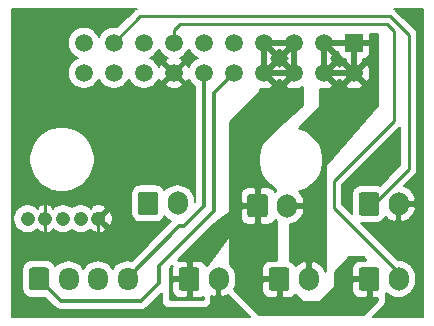
<source format=gbr>
G04 #@! TF.GenerationSoftware,KiCad,Pcbnew,(5.1.4)-1*
G04 #@! TF.CreationDate,2019-09-08T23:13:03+02:00*
G04 #@! TF.ProjectId,wanhao extruder pcb,77616e68-616f-4206-9578-747275646572,rev?*
G04 #@! TF.SameCoordinates,PXbb169cePY653deea*
G04 #@! TF.FileFunction,Copper,L2,Bot*
G04 #@! TF.FilePolarity,Positive*
%FSLAX46Y46*%
G04 Gerber Fmt 4.6, Leading zero omitted, Abs format (unit mm)*
G04 Created by KiCad (PCBNEW (5.1.4)-1) date 2019-09-08 23:13:03*
%MOMM*%
%LPD*%
G04 APERTURE LIST*
%ADD10C,0.100000*%
%ADD11C,1.700000*%
%ADD12O,1.700000X2.000000*%
%ADD13C,1.520000*%
%ADD14R,1.520000X1.520000*%
%ADD15C,1.208000*%
%ADD16O,1.700000X1.950000*%
%ADD17C,0.800000*%
%ADD18C,0.250000*%
%ADD19C,0.500000*%
%ADD20C,0.300000*%
%ADD21C,0.254000*%
%ADD22C,0.200000*%
G04 APERTURE END LIST*
D10*
G36*
X-14047610Y11094304D02*
G01*
X-14023351Y11090705D01*
X-13999562Y11084746D01*
X-13976471Y11076484D01*
X-13954302Y11065999D01*
X-13933267Y11053391D01*
X-13913569Y11038782D01*
X-13895398Y11022313D01*
X-13878929Y11004142D01*
X-13864320Y10984444D01*
X-13851712Y10963409D01*
X-13841227Y10941240D01*
X-13832965Y10918149D01*
X-13827006Y10894360D01*
X-13823407Y10870101D01*
X-13822204Y10845607D01*
X-13822204Y9345407D01*
X-13823407Y9320913D01*
X-13827006Y9296654D01*
X-13832965Y9272865D01*
X-13841227Y9249774D01*
X-13851712Y9227605D01*
X-13864320Y9206570D01*
X-13878929Y9186872D01*
X-13895398Y9168701D01*
X-13913569Y9152232D01*
X-13933267Y9137623D01*
X-13954302Y9125015D01*
X-13976471Y9114530D01*
X-13999562Y9106268D01*
X-14023351Y9100309D01*
X-14047610Y9096710D01*
X-14072104Y9095507D01*
X-15272304Y9095507D01*
X-15296798Y9096710D01*
X-15321057Y9100309D01*
X-15344846Y9106268D01*
X-15367937Y9114530D01*
X-15390106Y9125015D01*
X-15411141Y9137623D01*
X-15430839Y9152232D01*
X-15449010Y9168701D01*
X-15465479Y9186872D01*
X-15480088Y9206570D01*
X-15492696Y9227605D01*
X-15503181Y9249774D01*
X-15511443Y9272865D01*
X-15517402Y9296654D01*
X-15521001Y9320913D01*
X-15522204Y9345407D01*
X-15522204Y10845607D01*
X-15521001Y10870101D01*
X-15517402Y10894360D01*
X-15511443Y10918149D01*
X-15503181Y10941240D01*
X-15492696Y10963409D01*
X-15480088Y10984444D01*
X-15465479Y11004142D01*
X-15449010Y11022313D01*
X-15430839Y11038782D01*
X-15411141Y11053391D01*
X-15390106Y11065999D01*
X-15367937Y11076484D01*
X-15344846Y11084746D01*
X-15321057Y11090705D01*
X-15296798Y11094304D01*
X-15272304Y11095507D01*
X-14072104Y11095507D01*
X-14047610Y11094304D01*
X-14047610Y11094304D01*
G37*
D11*
X-14672204Y10095507D03*
D12*
X-12172204Y10095507D03*
D13*
X-29370722Y21323958D03*
X-29370722Y23863958D03*
X-26830722Y21323958D03*
X-26830722Y23863958D03*
X-24290722Y21323958D03*
X-24290722Y23863958D03*
X-21750722Y21323958D03*
X-21750722Y23863958D03*
X-19210722Y21323958D03*
X-19210722Y23863958D03*
X-16670722Y21323958D03*
X-16670722Y23863958D03*
X-14130722Y21323958D03*
X-14130722Y23863958D03*
X-11590722Y21323958D03*
X-11590722Y23863958D03*
X-9050722Y21323958D03*
X-9050722Y23863958D03*
X-6510722Y21323958D03*
D14*
X-6510722Y23863958D03*
D15*
X-28138355Y8979704D03*
X-29638355Y8979704D03*
X-31138355Y8979704D03*
X-32638355Y8979704D03*
X-34138355Y8979704D03*
D16*
X-25670484Y3880811D03*
X-28170484Y3880811D03*
X-30670484Y3880811D03*
D10*
G36*
X-32545980Y4854607D02*
G01*
X-32521711Y4851007D01*
X-32497913Y4845046D01*
X-32474813Y4836781D01*
X-32452635Y4826291D01*
X-32431591Y4813678D01*
X-32411886Y4799064D01*
X-32393707Y4782588D01*
X-32377231Y4764409D01*
X-32362617Y4744704D01*
X-32350004Y4723660D01*
X-32339514Y4701482D01*
X-32331249Y4678382D01*
X-32325288Y4654584D01*
X-32321688Y4630315D01*
X-32320484Y4605811D01*
X-32320484Y3155811D01*
X-32321688Y3131307D01*
X-32325288Y3107038D01*
X-32331249Y3083240D01*
X-32339514Y3060140D01*
X-32350004Y3037962D01*
X-32362617Y3016918D01*
X-32377231Y2997213D01*
X-32393707Y2979034D01*
X-32411886Y2962558D01*
X-32431591Y2947944D01*
X-32452635Y2935331D01*
X-32474813Y2924841D01*
X-32497913Y2916576D01*
X-32521711Y2910615D01*
X-32545980Y2907015D01*
X-32570484Y2905811D01*
X-33770484Y2905811D01*
X-33794988Y2907015D01*
X-33819257Y2910615D01*
X-33843055Y2916576D01*
X-33866155Y2924841D01*
X-33888333Y2935331D01*
X-33909377Y2947944D01*
X-33929082Y2962558D01*
X-33947261Y2979034D01*
X-33963737Y2997213D01*
X-33978351Y3016918D01*
X-33990964Y3037962D01*
X-34001454Y3060140D01*
X-34009719Y3083240D01*
X-34015680Y3107038D01*
X-34019280Y3131307D01*
X-34020484Y3155811D01*
X-34020484Y4605811D01*
X-34019280Y4630315D01*
X-34015680Y4654584D01*
X-34009719Y4678382D01*
X-34001454Y4701482D01*
X-33990964Y4723660D01*
X-33978351Y4744704D01*
X-33963737Y4764409D01*
X-33947261Y4782588D01*
X-33929082Y4799064D01*
X-33909377Y4813678D01*
X-33888333Y4826291D01*
X-33866155Y4836781D01*
X-33843055Y4845046D01*
X-33819257Y4851007D01*
X-33794988Y4854607D01*
X-33770484Y4855811D01*
X-32570484Y4855811D01*
X-32545980Y4854607D01*
X-32545980Y4854607D01*
G37*
D11*
X-33170484Y3880811D03*
D10*
G36*
X-4605980Y11229607D02*
G01*
X-4581711Y11226007D01*
X-4557913Y11220046D01*
X-4534813Y11211781D01*
X-4512635Y11201291D01*
X-4491591Y11188678D01*
X-4471886Y11174064D01*
X-4453707Y11157588D01*
X-4437231Y11139409D01*
X-4422617Y11119704D01*
X-4410004Y11098660D01*
X-4399514Y11076482D01*
X-4391249Y11053382D01*
X-4385288Y11029584D01*
X-4381688Y11005315D01*
X-4380484Y10980811D01*
X-4380484Y9480811D01*
X-4381688Y9456307D01*
X-4385288Y9432038D01*
X-4391249Y9408240D01*
X-4399514Y9385140D01*
X-4410004Y9362962D01*
X-4422617Y9341918D01*
X-4437231Y9322213D01*
X-4453707Y9304034D01*
X-4471886Y9287558D01*
X-4491591Y9272944D01*
X-4512635Y9260331D01*
X-4534813Y9249841D01*
X-4557913Y9241576D01*
X-4581711Y9235615D01*
X-4605980Y9232015D01*
X-4630484Y9230811D01*
X-5830484Y9230811D01*
X-5854988Y9232015D01*
X-5879257Y9235615D01*
X-5903055Y9241576D01*
X-5926155Y9249841D01*
X-5948333Y9260331D01*
X-5969377Y9272944D01*
X-5989082Y9287558D01*
X-6007261Y9304034D01*
X-6023737Y9322213D01*
X-6038351Y9341918D01*
X-6050964Y9362962D01*
X-6061454Y9385140D01*
X-6069719Y9408240D01*
X-6075680Y9432038D01*
X-6079280Y9456307D01*
X-6080484Y9480811D01*
X-6080484Y10980811D01*
X-6079280Y11005315D01*
X-6075680Y11029584D01*
X-6069719Y11053382D01*
X-6061454Y11076482D01*
X-6050964Y11098660D01*
X-6038351Y11119704D01*
X-6023737Y11139409D01*
X-6007261Y11157588D01*
X-5989082Y11174064D01*
X-5969377Y11188678D01*
X-5948333Y11201291D01*
X-5926155Y11211781D01*
X-5903055Y11220046D01*
X-5879257Y11226007D01*
X-5854988Y11229607D01*
X-5830484Y11230811D01*
X-4630484Y11230811D01*
X-4605980Y11229607D01*
X-4605980Y11229607D01*
G37*
D11*
X-5230484Y10230811D03*
D12*
X-2730484Y10230811D03*
D10*
G36*
X-23313851Y11278500D02*
G01*
X-23289582Y11274900D01*
X-23265784Y11268939D01*
X-23242684Y11260674D01*
X-23220506Y11250184D01*
X-23199462Y11237571D01*
X-23179757Y11222957D01*
X-23161578Y11206481D01*
X-23145102Y11188302D01*
X-23130488Y11168597D01*
X-23117875Y11147553D01*
X-23107385Y11125375D01*
X-23099120Y11102275D01*
X-23093159Y11078477D01*
X-23089559Y11054208D01*
X-23088355Y11029704D01*
X-23088355Y9529704D01*
X-23089559Y9505200D01*
X-23093159Y9480931D01*
X-23099120Y9457133D01*
X-23107385Y9434033D01*
X-23117875Y9411855D01*
X-23130488Y9390811D01*
X-23145102Y9371106D01*
X-23161578Y9352927D01*
X-23179757Y9336451D01*
X-23199462Y9321837D01*
X-23220506Y9309224D01*
X-23242684Y9298734D01*
X-23265784Y9290469D01*
X-23289582Y9284508D01*
X-23313851Y9280908D01*
X-23338355Y9279704D01*
X-24538355Y9279704D01*
X-24562859Y9280908D01*
X-24587128Y9284508D01*
X-24610926Y9290469D01*
X-24634026Y9298734D01*
X-24656204Y9309224D01*
X-24677248Y9321837D01*
X-24696953Y9336451D01*
X-24715132Y9352927D01*
X-24731608Y9371106D01*
X-24746222Y9390811D01*
X-24758835Y9411855D01*
X-24769325Y9434033D01*
X-24777590Y9457133D01*
X-24783551Y9480931D01*
X-24787151Y9505200D01*
X-24788355Y9529704D01*
X-24788355Y11029704D01*
X-24787151Y11054208D01*
X-24783551Y11078477D01*
X-24777590Y11102275D01*
X-24769325Y11125375D01*
X-24758835Y11147553D01*
X-24746222Y11168597D01*
X-24731608Y11188302D01*
X-24715132Y11206481D01*
X-24696953Y11222957D01*
X-24677248Y11237571D01*
X-24656204Y11250184D01*
X-24634026Y11260674D01*
X-24610926Y11268939D01*
X-24587128Y11274900D01*
X-24562859Y11278500D01*
X-24538355Y11279704D01*
X-23338355Y11279704D01*
X-23313851Y11278500D01*
X-23313851Y11278500D01*
G37*
D11*
X-23938355Y10279704D03*
D12*
X-21438355Y10279704D03*
X-2730484Y3880811D03*
D10*
G36*
X-4605980Y4879607D02*
G01*
X-4581711Y4876007D01*
X-4557913Y4870046D01*
X-4534813Y4861781D01*
X-4512635Y4851291D01*
X-4491591Y4838678D01*
X-4471886Y4824064D01*
X-4453707Y4807588D01*
X-4437231Y4789409D01*
X-4422617Y4769704D01*
X-4410004Y4748660D01*
X-4399514Y4726482D01*
X-4391249Y4703382D01*
X-4385288Y4679584D01*
X-4381688Y4655315D01*
X-4380484Y4630811D01*
X-4380484Y3130811D01*
X-4381688Y3106307D01*
X-4385288Y3082038D01*
X-4391249Y3058240D01*
X-4399514Y3035140D01*
X-4410004Y3012962D01*
X-4422617Y2991918D01*
X-4437231Y2972213D01*
X-4453707Y2954034D01*
X-4471886Y2937558D01*
X-4491591Y2922944D01*
X-4512635Y2910331D01*
X-4534813Y2899841D01*
X-4557913Y2891576D01*
X-4581711Y2885615D01*
X-4605980Y2882015D01*
X-4630484Y2880811D01*
X-5830484Y2880811D01*
X-5854988Y2882015D01*
X-5879257Y2885615D01*
X-5903055Y2891576D01*
X-5926155Y2899841D01*
X-5948333Y2910331D01*
X-5969377Y2922944D01*
X-5989082Y2937558D01*
X-6007261Y2954034D01*
X-6023737Y2972213D01*
X-6038351Y2991918D01*
X-6050964Y3012962D01*
X-6061454Y3035140D01*
X-6069719Y3058240D01*
X-6075680Y3082038D01*
X-6079280Y3106307D01*
X-6080484Y3130811D01*
X-6080484Y4630811D01*
X-6079280Y4655315D01*
X-6075680Y4679584D01*
X-6069719Y4703382D01*
X-6061454Y4726482D01*
X-6050964Y4748660D01*
X-6038351Y4769704D01*
X-6023737Y4789409D01*
X-6007261Y4807588D01*
X-5989082Y4824064D01*
X-5969377Y4838678D01*
X-5948333Y4851291D01*
X-5926155Y4861781D01*
X-5903055Y4870046D01*
X-5879257Y4876007D01*
X-5854988Y4879607D01*
X-5830484Y4880811D01*
X-4630484Y4880811D01*
X-4605980Y4879607D01*
X-4605980Y4879607D01*
G37*
D11*
X-5230484Y3880811D03*
D12*
X-10350484Y3880811D03*
D10*
G36*
X-12225980Y4879607D02*
G01*
X-12201711Y4876007D01*
X-12177913Y4870046D01*
X-12154813Y4861781D01*
X-12132635Y4851291D01*
X-12111591Y4838678D01*
X-12091886Y4824064D01*
X-12073707Y4807588D01*
X-12057231Y4789409D01*
X-12042617Y4769704D01*
X-12030004Y4748660D01*
X-12019514Y4726482D01*
X-12011249Y4703382D01*
X-12005288Y4679584D01*
X-12001688Y4655315D01*
X-12000484Y4630811D01*
X-12000484Y3130811D01*
X-12001688Y3106307D01*
X-12005288Y3082038D01*
X-12011249Y3058240D01*
X-12019514Y3035140D01*
X-12030004Y3012962D01*
X-12042617Y2991918D01*
X-12057231Y2972213D01*
X-12073707Y2954034D01*
X-12091886Y2937558D01*
X-12111591Y2922944D01*
X-12132635Y2910331D01*
X-12154813Y2899841D01*
X-12177913Y2891576D01*
X-12201711Y2885615D01*
X-12225980Y2882015D01*
X-12250484Y2880811D01*
X-13450484Y2880811D01*
X-13474988Y2882015D01*
X-13499257Y2885615D01*
X-13523055Y2891576D01*
X-13546155Y2899841D01*
X-13568333Y2910331D01*
X-13589377Y2922944D01*
X-13609082Y2937558D01*
X-13627261Y2954034D01*
X-13643737Y2972213D01*
X-13658351Y2991918D01*
X-13670964Y3012962D01*
X-13681454Y3035140D01*
X-13689719Y3058240D01*
X-13695680Y3082038D01*
X-13699280Y3106307D01*
X-13700484Y3130811D01*
X-13700484Y4630811D01*
X-13699280Y4655315D01*
X-13695680Y4679584D01*
X-13689719Y4703382D01*
X-13681454Y4726482D01*
X-13670964Y4748660D01*
X-13658351Y4769704D01*
X-13643737Y4789409D01*
X-13627261Y4807588D01*
X-13609082Y4824064D01*
X-13589377Y4838678D01*
X-13568333Y4851291D01*
X-13546155Y4861781D01*
X-13523055Y4870046D01*
X-13499257Y4876007D01*
X-13474988Y4879607D01*
X-13450484Y4880811D01*
X-12250484Y4880811D01*
X-12225980Y4879607D01*
X-12225980Y4879607D01*
G37*
D11*
X-12850484Y3880811D03*
D12*
X-17970484Y3880811D03*
D10*
G36*
X-19845980Y4879607D02*
G01*
X-19821711Y4876007D01*
X-19797913Y4870046D01*
X-19774813Y4861781D01*
X-19752635Y4851291D01*
X-19731591Y4838678D01*
X-19711886Y4824064D01*
X-19693707Y4807588D01*
X-19677231Y4789409D01*
X-19662617Y4769704D01*
X-19650004Y4748660D01*
X-19639514Y4726482D01*
X-19631249Y4703382D01*
X-19625288Y4679584D01*
X-19621688Y4655315D01*
X-19620484Y4630811D01*
X-19620484Y3130811D01*
X-19621688Y3106307D01*
X-19625288Y3082038D01*
X-19631249Y3058240D01*
X-19639514Y3035140D01*
X-19650004Y3012962D01*
X-19662617Y2991918D01*
X-19677231Y2972213D01*
X-19693707Y2954034D01*
X-19711886Y2937558D01*
X-19731591Y2922944D01*
X-19752635Y2910331D01*
X-19774813Y2899841D01*
X-19797913Y2891576D01*
X-19821711Y2885615D01*
X-19845980Y2882015D01*
X-19870484Y2880811D01*
X-21070484Y2880811D01*
X-21094988Y2882015D01*
X-21119257Y2885615D01*
X-21143055Y2891576D01*
X-21166155Y2899841D01*
X-21188333Y2910331D01*
X-21209377Y2922944D01*
X-21229082Y2937558D01*
X-21247261Y2954034D01*
X-21263737Y2972213D01*
X-21278351Y2991918D01*
X-21290964Y3012962D01*
X-21301454Y3035140D01*
X-21309719Y3058240D01*
X-21315680Y3082038D01*
X-21319280Y3106307D01*
X-21320484Y3130811D01*
X-21320484Y4630811D01*
X-21319280Y4655315D01*
X-21315680Y4679584D01*
X-21309719Y4703382D01*
X-21301454Y4726482D01*
X-21290964Y4748660D01*
X-21278351Y4769704D01*
X-21263737Y4789409D01*
X-21247261Y4807588D01*
X-21229082Y4824064D01*
X-21209377Y4838678D01*
X-21188333Y4851291D01*
X-21166155Y4861781D01*
X-21143055Y4870046D01*
X-21119257Y4876007D01*
X-21094988Y4879607D01*
X-21070484Y4880811D01*
X-19870484Y4880811D01*
X-19845980Y4879607D01*
X-19845980Y4879607D01*
G37*
D11*
X-20470484Y3880811D03*
D17*
X-29806334Y26149850D03*
X-31076334Y26149850D03*
X-32346334Y26149850D03*
X-33616334Y26149850D03*
X-33616334Y24879850D03*
X-32346334Y24879850D03*
X-32346334Y23609850D03*
X-33616334Y23609850D03*
X-33616334Y22339850D03*
X-32346334Y22339850D03*
X-32346334Y21069850D03*
X-33616334Y21069850D03*
X-29806334Y17259850D03*
X-33616334Y19799850D03*
X-20916334Y17259850D03*
X-20916334Y15989850D03*
X-20916334Y14719850D03*
X-20916334Y13449850D03*
X-20916334Y18529850D03*
X-1866334Y1003958D03*
X-3136334Y1003958D03*
X-17106334Y1003958D03*
X-18376334Y1003958D03*
X-1430722Y7353958D03*
X-2700722Y7353958D03*
X-3970722Y13703958D03*
X-34450722Y1003958D03*
X-33180722Y1003958D03*
X-28100722Y10909850D03*
X-4849484Y12770811D03*
X-23264484Y959811D03*
X-1166484Y25978811D03*
D18*
X-32892355Y7645871D02*
X-32346334Y7099850D01*
X-32638647Y8125228D02*
X-32638647Y7626870D01*
X-32638355Y8979704D02*
X-32638355Y8125520D01*
X-32638355Y8125520D02*
X-32638647Y8125228D01*
X-32645897Y9841430D02*
X-32645897Y10446997D01*
X-32638355Y8979704D02*
X-32638355Y9833888D01*
X-32638355Y9833888D02*
X-32645897Y9841430D01*
X-28138355Y8979704D02*
X-28138355Y7738682D01*
D19*
X-11590722Y23863958D02*
X-11590722Y21323958D01*
X-14130722Y23863958D02*
X-11590722Y23863958D01*
X-14130722Y21323958D02*
X-14130722Y23863958D01*
X-11590722Y21323958D02*
X-14130722Y21323958D01*
X-9050722Y21323958D02*
X-9050722Y23863958D01*
X-6510722Y21323958D02*
X-9050722Y21323958D01*
X-6510722Y23863958D02*
X-6510722Y21323958D01*
X-9050722Y23863958D02*
X-6510722Y23863958D01*
D18*
X-4849484Y10230811D02*
X-1866334Y13213961D01*
X-26830722Y23863958D02*
X-24588869Y26105811D01*
X-24588869Y26105811D02*
X-3452484Y26105811D01*
X-1866334Y24519661D02*
X-1866334Y13213961D01*
X-3452484Y26105811D02*
X-1866334Y24519661D01*
X-2349484Y4030811D02*
X-2349484Y3880811D01*
X-8216334Y9897661D02*
X-2349484Y4030811D01*
X-3136334Y24879850D02*
X-3136334Y17259850D01*
X-3136334Y17259850D02*
X-8216334Y12179850D01*
X-8216334Y12179850D02*
X-8216334Y9897661D01*
X-21750722Y24938760D02*
X-21218671Y25470811D01*
X-21750722Y23863958D02*
X-21750722Y24938760D01*
X-3727295Y25470811D02*
X-3136334Y24879850D01*
X-21218671Y25470811D02*
X-3727295Y25470811D01*
D20*
X-19210722Y10075462D02*
X-19210722Y21323958D01*
X-20916334Y8369850D02*
X-19210722Y10075462D01*
X-21306445Y8369850D02*
X-20916334Y8369850D01*
X-25670484Y4005811D02*
X-21306445Y8369850D01*
X-25670484Y3880811D02*
X-25670484Y4005811D01*
X-18376334Y19618346D02*
X-16670722Y21323958D01*
X-18376334Y9639850D02*
X-18376334Y19618346D01*
X-24529991Y2019850D02*
X-23010484Y3539357D01*
X-23010484Y5005700D02*
X-18376334Y9639850D01*
X-23010484Y3539357D02*
X-23010484Y5005700D01*
X-31309523Y2019850D02*
X-33170484Y3880811D01*
X-24529991Y2019850D02*
X-31309523Y2019850D01*
D21*
G36*
X-4533334Y18577568D02*
G01*
X-8946911Y13533480D01*
X-8961390Y13513227D01*
X-8971640Y13490538D01*
X-8977266Y13466286D01*
X-8978334Y13449850D01*
X-8978334Y12196866D01*
X-8980010Y12179850D01*
X-8978334Y12162833D01*
X-8978334Y9914677D01*
X-8980010Y9897661D01*
X-8978334Y9880645D01*
X-8978334Y4587810D01*
X-9071459Y4787623D01*
X-9243682Y5022606D01*
X-9458438Y5219475D01*
X-9707475Y5370665D01*
X-9981223Y5470365D01*
X-9993594Y5472287D01*
X-10223484Y5350966D01*
X-10223484Y4007811D01*
X-10203484Y4007811D01*
X-10203484Y3753811D01*
X-10223484Y3753811D01*
X-10223484Y3733811D01*
X-10477484Y3733811D01*
X-10477484Y3753811D01*
X-10497484Y3753811D01*
X-10497484Y4007811D01*
X-10477484Y4007811D01*
X-10477484Y5350966D01*
X-10707374Y5472287D01*
X-10719745Y5470365D01*
X-10993493Y5370665D01*
X-11242530Y5219475D01*
X-11457286Y5022606D01*
X-11457570Y5022218D01*
X-11512079Y5124197D01*
X-11622522Y5258773D01*
X-11757098Y5369216D01*
X-11899334Y5445243D01*
X-11899334Y8548371D01*
X-11815314Y8504031D01*
X-11802943Y8505953D01*
X-11529195Y8605653D01*
X-11280158Y8756843D01*
X-11065402Y8953712D01*
X-10893179Y9188695D01*
X-10770108Y9452762D01*
X-10700919Y9735765D01*
X-10844972Y9968507D01*
X-11899334Y9968507D01*
X-11899334Y10222507D01*
X-10844972Y10222507D01*
X-10700919Y10455249D01*
X-10770108Y10738252D01*
X-10893179Y11002319D01*
X-11065402Y11237302D01*
X-11132341Y11298666D01*
X-11067527Y11311558D01*
X-10560689Y11521497D01*
X-10104547Y11826282D01*
X-9716631Y12214198D01*
X-9411846Y12670340D01*
X-9201907Y13177178D01*
X-9094881Y13715233D01*
X-9094881Y14263831D01*
X-9201907Y14801886D01*
X-9411846Y15308724D01*
X-9716631Y15764866D01*
X-10104547Y16152782D01*
X-10560689Y16457567D01*
X-11067527Y16667506D01*
X-11152225Y16684353D01*
X-9396531Y18440047D01*
X-9380737Y18459293D01*
X-9369001Y18481249D01*
X-9361774Y18505074D01*
X-9359334Y18529850D01*
X-9359334Y19963236D01*
X-9253116Y19936897D01*
X-8978625Y19924063D01*
X-8706905Y19965027D01*
X-8448396Y20058214D01*
X-8332928Y20119933D01*
X-8266191Y20359821D01*
X-7295253Y20359821D01*
X-7228516Y20119933D01*
X-6979830Y20003034D01*
X-6713116Y19936897D01*
X-6438625Y19924063D01*
X-6166905Y19965027D01*
X-5908396Y20058214D01*
X-5792928Y20119933D01*
X-5726191Y20359821D01*
X-6510722Y21144353D01*
X-7295253Y20359821D01*
X-8266191Y20359821D01*
X-9050722Y21144353D01*
X-9064864Y21130210D01*
X-9244469Y21309815D01*
X-9230327Y21323958D01*
X-8871117Y21323958D01*
X-8086585Y20539427D01*
X-7846697Y20606164D01*
X-7783390Y20740840D01*
X-7776466Y20721632D01*
X-7714747Y20606164D01*
X-7474859Y20539427D01*
X-6690327Y21323958D01*
X-6331117Y21323958D01*
X-5546585Y20539427D01*
X-5306697Y20606164D01*
X-5189798Y20854850D01*
X-5123661Y21121564D01*
X-5110827Y21396055D01*
X-5151791Y21667775D01*
X-5244978Y21926284D01*
X-5306697Y22041752D01*
X-5546585Y22108489D01*
X-6331117Y21323958D01*
X-6690327Y21323958D01*
X-7474859Y22108489D01*
X-7714747Y22041752D01*
X-7778054Y21907076D01*
X-7784978Y21926284D01*
X-7846697Y22041752D01*
X-8086585Y22108489D01*
X-8871117Y21323958D01*
X-9230327Y21323958D01*
X-9244469Y21338100D01*
X-9064864Y21517705D01*
X-9050722Y21503563D01*
X-8266191Y22288095D01*
X-8332928Y22527983D01*
X-8467604Y22591290D01*
X-8448396Y22598214D01*
X-8332928Y22659933D01*
X-8266191Y22899821D01*
X-9050722Y23684353D01*
X-9064864Y23670210D01*
X-9244469Y23849815D01*
X-9230327Y23863958D01*
X-9244469Y23878100D01*
X-9064864Y24057705D01*
X-9050722Y24043563D01*
X-9036580Y24057706D01*
X-8856974Y23878100D01*
X-8871117Y23863958D01*
X-8086585Y23079427D01*
X-7908632Y23128934D01*
X-7908794Y23103958D01*
X-7896534Y22979476D01*
X-7860224Y22859778D01*
X-7801259Y22749464D01*
X-7721907Y22652773D01*
X-7625216Y22573421D01*
X-7514902Y22514456D01*
X-7395204Y22478146D01*
X-7270722Y22465886D01*
X-7245746Y22466048D01*
X-7295253Y22288095D01*
X-6510722Y21503563D01*
X-5726191Y22288095D01*
X-5775698Y22466048D01*
X-5750722Y22465886D01*
X-5626240Y22478146D01*
X-5506542Y22514456D01*
X-5396228Y22573421D01*
X-5299537Y22652773D01*
X-5220185Y22749464D01*
X-5161220Y22859778D01*
X-5124910Y22979476D01*
X-5112650Y23103958D01*
X-5115722Y23578208D01*
X-5274472Y23736958D01*
X-6383722Y23736958D01*
X-6383722Y23716958D01*
X-6637722Y23716958D01*
X-6637722Y23736958D01*
X-6657722Y23736958D01*
X-6657722Y23990958D01*
X-6637722Y23990958D01*
X-6637722Y24010958D01*
X-6383722Y24010958D01*
X-6383722Y23990958D01*
X-5274472Y23990958D01*
X-5115722Y24149708D01*
X-5112923Y24581811D01*
X-4533334Y24581811D01*
X-4533334Y18577568D01*
X-4533334Y18577568D01*
G37*
X-4533334Y18577568D02*
X-8946911Y13533480D01*
X-8961390Y13513227D01*
X-8971640Y13490538D01*
X-8977266Y13466286D01*
X-8978334Y13449850D01*
X-8978334Y12196866D01*
X-8980010Y12179850D01*
X-8978334Y12162833D01*
X-8978334Y9914677D01*
X-8980010Y9897661D01*
X-8978334Y9880645D01*
X-8978334Y4587810D01*
X-9071459Y4787623D01*
X-9243682Y5022606D01*
X-9458438Y5219475D01*
X-9707475Y5370665D01*
X-9981223Y5470365D01*
X-9993594Y5472287D01*
X-10223484Y5350966D01*
X-10223484Y4007811D01*
X-10203484Y4007811D01*
X-10203484Y3753811D01*
X-10223484Y3753811D01*
X-10223484Y3733811D01*
X-10477484Y3733811D01*
X-10477484Y3753811D01*
X-10497484Y3753811D01*
X-10497484Y4007811D01*
X-10477484Y4007811D01*
X-10477484Y5350966D01*
X-10707374Y5472287D01*
X-10719745Y5470365D01*
X-10993493Y5370665D01*
X-11242530Y5219475D01*
X-11457286Y5022606D01*
X-11457570Y5022218D01*
X-11512079Y5124197D01*
X-11622522Y5258773D01*
X-11757098Y5369216D01*
X-11899334Y5445243D01*
X-11899334Y8548371D01*
X-11815314Y8504031D01*
X-11802943Y8505953D01*
X-11529195Y8605653D01*
X-11280158Y8756843D01*
X-11065402Y8953712D01*
X-10893179Y9188695D01*
X-10770108Y9452762D01*
X-10700919Y9735765D01*
X-10844972Y9968507D01*
X-11899334Y9968507D01*
X-11899334Y10222507D01*
X-10844972Y10222507D01*
X-10700919Y10455249D01*
X-10770108Y10738252D01*
X-10893179Y11002319D01*
X-11065402Y11237302D01*
X-11132341Y11298666D01*
X-11067527Y11311558D01*
X-10560689Y11521497D01*
X-10104547Y11826282D01*
X-9716631Y12214198D01*
X-9411846Y12670340D01*
X-9201907Y13177178D01*
X-9094881Y13715233D01*
X-9094881Y14263831D01*
X-9201907Y14801886D01*
X-9411846Y15308724D01*
X-9716631Y15764866D01*
X-10104547Y16152782D01*
X-10560689Y16457567D01*
X-11067527Y16667506D01*
X-11152225Y16684353D01*
X-9396531Y18440047D01*
X-9380737Y18459293D01*
X-9369001Y18481249D01*
X-9361774Y18505074D01*
X-9359334Y18529850D01*
X-9359334Y19963236D01*
X-9253116Y19936897D01*
X-8978625Y19924063D01*
X-8706905Y19965027D01*
X-8448396Y20058214D01*
X-8332928Y20119933D01*
X-8266191Y20359821D01*
X-7295253Y20359821D01*
X-7228516Y20119933D01*
X-6979830Y20003034D01*
X-6713116Y19936897D01*
X-6438625Y19924063D01*
X-6166905Y19965027D01*
X-5908396Y20058214D01*
X-5792928Y20119933D01*
X-5726191Y20359821D01*
X-6510722Y21144353D01*
X-7295253Y20359821D01*
X-8266191Y20359821D01*
X-9050722Y21144353D01*
X-9064864Y21130210D01*
X-9244469Y21309815D01*
X-9230327Y21323958D01*
X-8871117Y21323958D01*
X-8086585Y20539427D01*
X-7846697Y20606164D01*
X-7783390Y20740840D01*
X-7776466Y20721632D01*
X-7714747Y20606164D01*
X-7474859Y20539427D01*
X-6690327Y21323958D01*
X-6331117Y21323958D01*
X-5546585Y20539427D01*
X-5306697Y20606164D01*
X-5189798Y20854850D01*
X-5123661Y21121564D01*
X-5110827Y21396055D01*
X-5151791Y21667775D01*
X-5244978Y21926284D01*
X-5306697Y22041752D01*
X-5546585Y22108489D01*
X-6331117Y21323958D01*
X-6690327Y21323958D01*
X-7474859Y22108489D01*
X-7714747Y22041752D01*
X-7778054Y21907076D01*
X-7784978Y21926284D01*
X-7846697Y22041752D01*
X-8086585Y22108489D01*
X-8871117Y21323958D01*
X-9230327Y21323958D01*
X-9244469Y21338100D01*
X-9064864Y21517705D01*
X-9050722Y21503563D01*
X-8266191Y22288095D01*
X-8332928Y22527983D01*
X-8467604Y22591290D01*
X-8448396Y22598214D01*
X-8332928Y22659933D01*
X-8266191Y22899821D01*
X-9050722Y23684353D01*
X-9064864Y23670210D01*
X-9244469Y23849815D01*
X-9230327Y23863958D01*
X-9244469Y23878100D01*
X-9064864Y24057705D01*
X-9050722Y24043563D01*
X-9036580Y24057706D01*
X-8856974Y23878100D01*
X-8871117Y23863958D01*
X-8086585Y23079427D01*
X-7908632Y23128934D01*
X-7908794Y23103958D01*
X-7896534Y22979476D01*
X-7860224Y22859778D01*
X-7801259Y22749464D01*
X-7721907Y22652773D01*
X-7625216Y22573421D01*
X-7514902Y22514456D01*
X-7395204Y22478146D01*
X-7270722Y22465886D01*
X-7245746Y22466048D01*
X-7295253Y22288095D01*
X-6510722Y21503563D01*
X-5726191Y22288095D01*
X-5775698Y22466048D01*
X-5750722Y22465886D01*
X-5626240Y22478146D01*
X-5506542Y22514456D01*
X-5396228Y22573421D01*
X-5299537Y22652773D01*
X-5220185Y22749464D01*
X-5161220Y22859778D01*
X-5124910Y22979476D01*
X-5112650Y23103958D01*
X-5115722Y23578208D01*
X-5274472Y23736958D01*
X-6383722Y23736958D01*
X-6383722Y23716958D01*
X-6637722Y23716958D01*
X-6637722Y23736958D01*
X-6657722Y23736958D01*
X-6657722Y23990958D01*
X-6637722Y23990958D01*
X-6637722Y24010958D01*
X-6383722Y24010958D01*
X-6383722Y23990958D01*
X-5274472Y23990958D01*
X-5115722Y24149708D01*
X-5112923Y24581811D01*
X-4533334Y24581811D01*
X-4533334Y18577568D01*
D22*
G36*
X-657999Y658000D02*
G01*
X-4908342Y658000D01*
X-3976413Y1589929D01*
X-3900800Y1682063D01*
X-3844615Y1787178D01*
X-3810017Y1901235D01*
X-3798334Y2019850D01*
X-3798334Y2733732D01*
X-3766433Y2694861D01*
X-3544423Y2512663D01*
X-3291135Y2377278D01*
X-3016301Y2293908D01*
X-2730484Y2265757D01*
X-2444666Y2293908D01*
X-2169832Y2377278D01*
X-1916544Y2512663D01*
X-1694534Y2694861D01*
X-1512336Y2916871D01*
X-1376951Y3170160D01*
X-1293581Y3444994D01*
X-1272484Y3659193D01*
X-1272484Y4102430D01*
X-1293581Y4316629D01*
X-1376951Y4591463D01*
X-1512336Y4844751D01*
X-1694535Y5066761D01*
X-1916545Y5248959D01*
X-2169833Y5384344D01*
X-2444667Y5467714D01*
X-2730484Y5495865D01*
X-2773667Y5491612D01*
X-5909730Y8627675D01*
X-5830484Y8619870D01*
X-4630484Y8619870D01*
X-4462523Y8636413D01*
X-4301016Y8685405D01*
X-4152171Y8764965D01*
X-4021707Y8872034D01*
X-3914638Y9002498D01*
X-3839679Y9142736D01*
X-3798256Y9088326D01*
X-3584115Y8899084D01*
X-3337169Y8755255D01*
X-3109394Y8672908D01*
X-2884484Y8783922D01*
X-2884484Y10076811D01*
X-2576484Y10076811D01*
X-2576484Y8783922D01*
X-2351574Y8672908D01*
X-2123799Y8755255D01*
X-1876853Y8899084D01*
X-1662712Y9088326D01*
X-1489605Y9315708D01*
X-1364184Y9572493D01*
X-1291269Y9848812D01*
X-1424695Y10076811D01*
X-2576484Y10076811D01*
X-2884484Y10076811D01*
X-2904484Y10076811D01*
X-2904484Y10384811D01*
X-2884484Y10384811D01*
X-2884484Y10404811D01*
X-2576484Y10404811D01*
X-2576484Y10384811D01*
X-1424695Y10384811D01*
X-1291269Y10612810D01*
X-1364184Y10889129D01*
X-1489605Y11145914D01*
X-1662712Y11373296D01*
X-1876853Y11562538D01*
X-2123799Y11706367D01*
X-2280616Y11763061D01*
X-1373483Y12670193D01*
X-1345517Y12693144D01*
X-1253918Y12804758D01*
X-1185854Y12932097D01*
X-1143941Y13070268D01*
X-1133334Y13177959D01*
X-1129788Y13213960D01*
X-1133334Y13249962D01*
X-1133334Y24483659D01*
X-1129788Y24519661D01*
X-1143941Y24663355D01*
X-1185854Y24801525D01*
X-1253918Y24928864D01*
X-1345518Y25040478D01*
X-1373484Y25063429D01*
X-2908711Y26598656D01*
X-2931667Y26626628D01*
X-3043281Y26718227D01*
X-3124894Y26761850D01*
X-658000Y26761850D01*
X-657999Y658000D01*
X-657999Y658000D01*
G37*
X-657999Y658000D02*
X-4908342Y658000D01*
X-3976413Y1589929D01*
X-3900800Y1682063D01*
X-3844615Y1787178D01*
X-3810017Y1901235D01*
X-3798334Y2019850D01*
X-3798334Y2733732D01*
X-3766433Y2694861D01*
X-3544423Y2512663D01*
X-3291135Y2377278D01*
X-3016301Y2293908D01*
X-2730484Y2265757D01*
X-2444666Y2293908D01*
X-2169832Y2377278D01*
X-1916544Y2512663D01*
X-1694534Y2694861D01*
X-1512336Y2916871D01*
X-1376951Y3170160D01*
X-1293581Y3444994D01*
X-1272484Y3659193D01*
X-1272484Y4102430D01*
X-1293581Y4316629D01*
X-1376951Y4591463D01*
X-1512336Y4844751D01*
X-1694535Y5066761D01*
X-1916545Y5248959D01*
X-2169833Y5384344D01*
X-2444667Y5467714D01*
X-2730484Y5495865D01*
X-2773667Y5491612D01*
X-5909730Y8627675D01*
X-5830484Y8619870D01*
X-4630484Y8619870D01*
X-4462523Y8636413D01*
X-4301016Y8685405D01*
X-4152171Y8764965D01*
X-4021707Y8872034D01*
X-3914638Y9002498D01*
X-3839679Y9142736D01*
X-3798256Y9088326D01*
X-3584115Y8899084D01*
X-3337169Y8755255D01*
X-3109394Y8672908D01*
X-2884484Y8783922D01*
X-2884484Y10076811D01*
X-2576484Y10076811D01*
X-2576484Y8783922D01*
X-2351574Y8672908D01*
X-2123799Y8755255D01*
X-1876853Y8899084D01*
X-1662712Y9088326D01*
X-1489605Y9315708D01*
X-1364184Y9572493D01*
X-1291269Y9848812D01*
X-1424695Y10076811D01*
X-2576484Y10076811D01*
X-2884484Y10076811D01*
X-2904484Y10076811D01*
X-2904484Y10384811D01*
X-2884484Y10384811D01*
X-2884484Y10404811D01*
X-2576484Y10404811D01*
X-2576484Y10384811D01*
X-1424695Y10384811D01*
X-1291269Y10612810D01*
X-1364184Y10889129D01*
X-1489605Y11145914D01*
X-1662712Y11373296D01*
X-1876853Y11562538D01*
X-2123799Y11706367D01*
X-2280616Y11763061D01*
X-1373483Y12670193D01*
X-1345517Y12693144D01*
X-1253918Y12804758D01*
X-1185854Y12932097D01*
X-1143941Y13070268D01*
X-1133334Y13177959D01*
X-1129788Y13213960D01*
X-1133334Y13249962D01*
X-1133334Y24483659D01*
X-1129788Y24519661D01*
X-1143941Y24663355D01*
X-1185854Y24801525D01*
X-1253918Y24928864D01*
X-1345518Y25040478D01*
X-1373484Y25063429D01*
X-2908711Y26598656D01*
X-2931667Y26626628D01*
X-3043281Y26718227D01*
X-3124894Y26761850D01*
X-658000Y26761850D01*
X-657999Y658000D01*
G36*
X-24998072Y26718227D02*
G01*
X-25109686Y26626628D01*
X-25132642Y26598656D01*
X-26531966Y25199332D01*
X-26695986Y25231958D01*
X-26965458Y25231958D01*
X-27229753Y25179386D01*
X-27478713Y25076264D01*
X-27702771Y24926553D01*
X-27893317Y24736007D01*
X-28043028Y24511949D01*
X-28100722Y24372663D01*
X-28158416Y24511949D01*
X-28308127Y24736007D01*
X-28498673Y24926553D01*
X-28722731Y25076264D01*
X-28971691Y25179386D01*
X-29235986Y25231958D01*
X-29505458Y25231958D01*
X-29769753Y25179386D01*
X-30018713Y25076264D01*
X-30242771Y24926553D01*
X-30433317Y24736007D01*
X-30583028Y24511949D01*
X-30686150Y24262989D01*
X-30738722Y23998694D01*
X-30738722Y23729222D01*
X-30686150Y23464927D01*
X-30583028Y23215967D01*
X-30433317Y22991909D01*
X-30242771Y22801363D01*
X-30018713Y22651652D01*
X-29879427Y22593958D01*
X-30018713Y22536264D01*
X-30242771Y22386553D01*
X-30433317Y22196007D01*
X-30583028Y21971949D01*
X-30686150Y21722989D01*
X-30738722Y21458694D01*
X-30738722Y21189222D01*
X-30686150Y20924927D01*
X-30583028Y20675967D01*
X-30433317Y20451909D01*
X-30242771Y20261363D01*
X-30018713Y20111652D01*
X-29769753Y20008530D01*
X-29505458Y19955958D01*
X-29235986Y19955958D01*
X-28971691Y20008530D01*
X-28722731Y20111652D01*
X-28498673Y20261363D01*
X-28308127Y20451909D01*
X-28158416Y20675967D01*
X-28100722Y20815253D01*
X-28043028Y20675967D01*
X-27893317Y20451909D01*
X-27702771Y20261363D01*
X-27478713Y20111652D01*
X-27229753Y20008530D01*
X-26965458Y19955958D01*
X-26695986Y19955958D01*
X-26431691Y20008530D01*
X-26182731Y20111652D01*
X-25958673Y20261363D01*
X-25768127Y20451909D01*
X-25618416Y20675967D01*
X-25560722Y20815253D01*
X-25503028Y20675967D01*
X-25353317Y20451909D01*
X-25162771Y20261363D01*
X-24938713Y20111652D01*
X-24689753Y20008530D01*
X-24425458Y19955958D01*
X-24155986Y19955958D01*
X-23891691Y20008530D01*
X-23642731Y20111652D01*
X-23418673Y20261363D01*
X-23322609Y20357427D01*
X-22499464Y20357427D01*
X-22429028Y20128350D01*
X-22182743Y20018992D01*
X-21919856Y19959784D01*
X-21650469Y19953000D01*
X-21384935Y19998901D01*
X-21133457Y20095723D01*
X-21072416Y20128350D01*
X-21001980Y20357427D01*
X-21750722Y21106169D01*
X-22499464Y20357427D01*
X-23322609Y20357427D01*
X-23228127Y20451909D01*
X-23078416Y20675967D01*
X-23020739Y20815213D01*
X-22978957Y20706693D01*
X-22946330Y20645652D01*
X-22717253Y20575216D01*
X-21968511Y21323958D01*
X-22717253Y22072700D01*
X-22946330Y22002264D01*
X-23021164Y21833730D01*
X-23078416Y21971949D01*
X-23228127Y22196007D01*
X-23418673Y22386553D01*
X-23642731Y22536264D01*
X-23782017Y22593958D01*
X-23642731Y22651652D01*
X-23418673Y22801363D01*
X-23228127Y22991909D01*
X-23078416Y23215967D01*
X-23020722Y23355253D01*
X-22963028Y23215967D01*
X-22813317Y22991909D01*
X-22622771Y22801363D01*
X-22398713Y22651652D01*
X-22259467Y22593975D01*
X-22367987Y22552193D01*
X-22429028Y22519566D01*
X-22499464Y22290489D01*
X-21750722Y21541747D01*
X-21001980Y22290489D01*
X-21072416Y22519566D01*
X-21240950Y22594400D01*
X-21102731Y22651652D01*
X-20878673Y22801363D01*
X-20688127Y22991909D01*
X-20538416Y23215967D01*
X-20480722Y23355253D01*
X-20423028Y23215967D01*
X-20273317Y22991909D01*
X-20082771Y22801363D01*
X-19858713Y22651652D01*
X-19719427Y22593958D01*
X-19858713Y22536264D01*
X-20082771Y22386553D01*
X-20273317Y22196007D01*
X-20423028Y21971949D01*
X-20480705Y21832703D01*
X-20522487Y21941223D01*
X-20555114Y22002264D01*
X-20784191Y22072700D01*
X-21532933Y21323958D01*
X-20784191Y20575216D01*
X-20555114Y20645652D01*
X-20480280Y20814186D01*
X-20423028Y20675967D01*
X-20273317Y20451909D01*
X-20082771Y20261363D01*
X-19968721Y20185157D01*
X-19968722Y10389436D01*
X-19980355Y10377803D01*
X-19980355Y10501323D01*
X-20001452Y10715522D01*
X-20084822Y10990356D01*
X-20220207Y11243644D01*
X-20402406Y11465654D01*
X-20624416Y11647852D01*
X-20877704Y11783237D01*
X-21152538Y11866607D01*
X-21438355Y11894758D01*
X-21724173Y11866607D01*
X-21999007Y11783237D01*
X-22252295Y11647852D01*
X-22474305Y11465653D01*
X-22550341Y11373002D01*
X-22622509Y11508017D01*
X-22729578Y11638481D01*
X-22860042Y11745550D01*
X-23008887Y11825110D01*
X-23170394Y11874102D01*
X-23338355Y11890645D01*
X-24538355Y11890645D01*
X-24706316Y11874102D01*
X-24867823Y11825110D01*
X-25016668Y11745550D01*
X-25147132Y11638481D01*
X-25254201Y11508017D01*
X-25333761Y11359172D01*
X-25382753Y11197665D01*
X-25399296Y11029704D01*
X-25399296Y9529704D01*
X-25382753Y9361743D01*
X-25333761Y9200236D01*
X-25254201Y9051391D01*
X-25147132Y8920927D01*
X-25016668Y8813858D01*
X-24867823Y8734298D01*
X-24706316Y8685306D01*
X-24538355Y8668763D01*
X-23338355Y8668763D01*
X-23170394Y8685306D01*
X-23008887Y8734298D01*
X-22860042Y8813858D01*
X-22729578Y8920927D01*
X-22622509Y9051391D01*
X-22550341Y9186406D01*
X-22474304Y9093754D01*
X-22252294Y8911556D01*
X-21999006Y8776171D01*
X-21978361Y8769908D01*
X-25323967Y5424301D01*
X-25384667Y5442714D01*
X-25670484Y5470865D01*
X-25956302Y5442714D01*
X-26231136Y5359344D01*
X-26484424Y5223959D01*
X-26706434Y5041760D01*
X-26888632Y4819750D01*
X-26920484Y4760159D01*
X-26952336Y4819751D01*
X-27134535Y5041761D01*
X-27356545Y5223959D01*
X-27609833Y5359344D01*
X-27884667Y5442714D01*
X-28170484Y5470865D01*
X-28456302Y5442714D01*
X-28731136Y5359344D01*
X-28984424Y5223959D01*
X-29206434Y5041760D01*
X-29388632Y4819750D01*
X-29420484Y4760159D01*
X-29452336Y4819751D01*
X-29634535Y5041761D01*
X-29856545Y5223959D01*
X-30109833Y5359344D01*
X-30384667Y5442714D01*
X-30670484Y5470865D01*
X-30956302Y5442714D01*
X-31231136Y5359344D01*
X-31484424Y5223959D01*
X-31706434Y5041760D01*
X-31782470Y4949109D01*
X-31854638Y5084124D01*
X-31961707Y5214588D01*
X-32092171Y5321657D01*
X-32241016Y5401217D01*
X-32402523Y5450209D01*
X-32570484Y5466752D01*
X-33770484Y5466752D01*
X-33938445Y5450209D01*
X-34099952Y5401217D01*
X-34248797Y5321657D01*
X-34379261Y5214588D01*
X-34486330Y5084124D01*
X-34565890Y4935279D01*
X-34614882Y4773772D01*
X-34631425Y4605811D01*
X-34631425Y3155811D01*
X-34614882Y2987850D01*
X-34565890Y2826343D01*
X-34486330Y2677498D01*
X-34379261Y2547034D01*
X-34248797Y2439965D01*
X-34099952Y2360405D01*
X-33938445Y2311413D01*
X-33770484Y2294870D01*
X-32656516Y2294870D01*
X-31871838Y1510191D01*
X-31848103Y1481270D01*
X-31732683Y1386547D01*
X-31601000Y1316161D01*
X-31458117Y1272818D01*
X-31346755Y1261850D01*
X-31346746Y1261850D01*
X-31309524Y1258184D01*
X-31272302Y1261850D01*
X-24567223Y1261850D01*
X-24529991Y1258183D01*
X-24492759Y1261850D01*
X-24381397Y1272818D01*
X-24238514Y1316161D01*
X-24106831Y1386547D01*
X-23991411Y1481270D01*
X-23967668Y1510201D01*
X-22794334Y2683533D01*
X-22794334Y2019850D01*
X-22782651Y1901235D01*
X-22748053Y1787178D01*
X-22691868Y1682063D01*
X-22616255Y1589929D01*
X-22524121Y1514316D01*
X-22419006Y1458131D01*
X-22304949Y1423533D01*
X-22186334Y1411850D01*
X-19200484Y1411850D01*
X-19081869Y1423533D01*
X-18967812Y1458131D01*
X-18862697Y1514316D01*
X-18770563Y1589929D01*
X-18694950Y1682063D01*
X-18638765Y1787178D01*
X-18604167Y1901235D01*
X-18592484Y2019850D01*
X-18592484Y2414175D01*
X-18577169Y2405255D01*
X-18349394Y2322908D01*
X-18124484Y2433922D01*
X-18124484Y3726811D01*
X-18144484Y3726811D01*
X-18144484Y4034811D01*
X-18124484Y4034811D01*
X-18124484Y4054811D01*
X-17816484Y4054811D01*
X-17816484Y4034811D01*
X-17796484Y4034811D01*
X-17796484Y3726811D01*
X-17816484Y3726811D01*
X-17816484Y2433922D01*
X-17591574Y2322908D01*
X-17363799Y2405255D01*
X-17185454Y2509128D01*
X-15334326Y658000D01*
X-35498334Y658000D01*
X-35498334Y9099076D01*
X-35350355Y9099076D01*
X-35350355Y8860332D01*
X-35303778Y8626177D01*
X-35212415Y8405607D01*
X-35079777Y8207099D01*
X-34910960Y8038282D01*
X-34712452Y7905644D01*
X-34491882Y7814281D01*
X-34257727Y7767704D01*
X-34018983Y7767704D01*
X-33784828Y7814281D01*
X-33564258Y7905644D01*
X-33397413Y8017126D01*
X-33390277Y8009990D01*
X-33275231Y8125036D01*
X-33223863Y7911821D01*
X-33004279Y7818113D01*
X-32770632Y7769044D01*
X-32531902Y7766500D01*
X-32297264Y7810579D01*
X-32075733Y7899587D01*
X-32052847Y7911821D01*
X-32001479Y8125036D01*
X-31886433Y8009990D01*
X-31879297Y8017126D01*
X-31712452Y7905644D01*
X-31491882Y7814281D01*
X-31257727Y7767704D01*
X-31018983Y7767704D01*
X-30784828Y7814281D01*
X-30564258Y7905644D01*
X-30388355Y8023178D01*
X-30212452Y7905644D01*
X-29991882Y7814281D01*
X-29757727Y7767704D01*
X-29518983Y7767704D01*
X-29284828Y7814281D01*
X-29064258Y7905644D01*
X-28897413Y8017126D01*
X-28890277Y8009990D01*
X-28775231Y8125036D01*
X-28723863Y7911821D01*
X-28504279Y7818113D01*
X-28270632Y7769044D01*
X-28031902Y7766500D01*
X-27797264Y7810579D01*
X-27575733Y7899587D01*
X-27552847Y7911821D01*
X-27501478Y8125038D01*
X-28138355Y8761915D01*
X-28152497Y8747773D01*
X-28370286Y8965562D01*
X-28356144Y8979704D01*
X-27920566Y8979704D01*
X-27283689Y8342827D01*
X-27070472Y8394196D01*
X-26976764Y8613780D01*
X-26927695Y8847427D01*
X-26925151Y9086157D01*
X-26969230Y9320795D01*
X-27058238Y9542326D01*
X-27070472Y9565212D01*
X-27283689Y9616581D01*
X-27920566Y8979704D01*
X-28356144Y8979704D01*
X-28370286Y8993846D01*
X-28152497Y9211635D01*
X-28138355Y9197493D01*
X-27501478Y9834370D01*
X-27552847Y10047587D01*
X-27772431Y10141295D01*
X-28006078Y10190364D01*
X-28244808Y10192908D01*
X-28479446Y10148829D01*
X-28700977Y10059821D01*
X-28723863Y10047587D01*
X-28775231Y9834372D01*
X-28890277Y9949418D01*
X-28897413Y9942282D01*
X-29064258Y10053764D01*
X-29284828Y10145127D01*
X-29518983Y10191704D01*
X-29757727Y10191704D01*
X-29991882Y10145127D01*
X-30212452Y10053764D01*
X-30388355Y9936230D01*
X-30564258Y10053764D01*
X-30784828Y10145127D01*
X-31018983Y10191704D01*
X-31257727Y10191704D01*
X-31491882Y10145127D01*
X-31712452Y10053764D01*
X-31879297Y9942282D01*
X-31886433Y9949418D01*
X-32001479Y9834372D01*
X-32052847Y10047587D01*
X-32272431Y10141295D01*
X-32506078Y10190364D01*
X-32744808Y10192908D01*
X-32979446Y10148829D01*
X-33200977Y10059821D01*
X-33223863Y10047587D01*
X-33275231Y9834372D01*
X-33390277Y9949418D01*
X-33397413Y9942282D01*
X-33564258Y10053764D01*
X-33784828Y10145127D01*
X-34018983Y10191704D01*
X-34257727Y10191704D01*
X-34491882Y10145127D01*
X-34712452Y10053764D01*
X-34910960Y9921126D01*
X-35079777Y9752309D01*
X-35212415Y9553801D01*
X-35303778Y9333231D01*
X-35350355Y9099076D01*
X-35498334Y9099076D01*
X-35498334Y14290042D01*
X-33988402Y14290042D01*
X-33988402Y13746764D01*
X-33882414Y13213924D01*
X-33674510Y12712000D01*
X-33372681Y12260280D01*
X-32988525Y11876124D01*
X-32536805Y11574295D01*
X-32034881Y11366391D01*
X-31502041Y11260403D01*
X-30958763Y11260403D01*
X-30425923Y11366391D01*
X-29923999Y11574295D01*
X-29472279Y11876124D01*
X-29088123Y12260280D01*
X-28786294Y12712000D01*
X-28578390Y13213924D01*
X-28472402Y13746764D01*
X-28472402Y14290042D01*
X-28578390Y14822882D01*
X-28786294Y15324806D01*
X-29088123Y15776526D01*
X-29472279Y16160682D01*
X-29923999Y16462511D01*
X-30425923Y16670415D01*
X-30958763Y16776403D01*
X-31502041Y16776403D01*
X-32034881Y16670415D01*
X-32536805Y16462511D01*
X-32988525Y16160682D01*
X-33372681Y15776526D01*
X-33674510Y15324806D01*
X-33882414Y14822882D01*
X-33988402Y14290042D01*
X-35498334Y14290042D01*
X-35498334Y26761850D01*
X-24916459Y26761850D01*
X-24998072Y26718227D01*
X-24998072Y26718227D01*
G37*
X-24998072Y26718227D02*
X-25109686Y26626628D01*
X-25132642Y26598656D01*
X-26531966Y25199332D01*
X-26695986Y25231958D01*
X-26965458Y25231958D01*
X-27229753Y25179386D01*
X-27478713Y25076264D01*
X-27702771Y24926553D01*
X-27893317Y24736007D01*
X-28043028Y24511949D01*
X-28100722Y24372663D01*
X-28158416Y24511949D01*
X-28308127Y24736007D01*
X-28498673Y24926553D01*
X-28722731Y25076264D01*
X-28971691Y25179386D01*
X-29235986Y25231958D01*
X-29505458Y25231958D01*
X-29769753Y25179386D01*
X-30018713Y25076264D01*
X-30242771Y24926553D01*
X-30433317Y24736007D01*
X-30583028Y24511949D01*
X-30686150Y24262989D01*
X-30738722Y23998694D01*
X-30738722Y23729222D01*
X-30686150Y23464927D01*
X-30583028Y23215967D01*
X-30433317Y22991909D01*
X-30242771Y22801363D01*
X-30018713Y22651652D01*
X-29879427Y22593958D01*
X-30018713Y22536264D01*
X-30242771Y22386553D01*
X-30433317Y22196007D01*
X-30583028Y21971949D01*
X-30686150Y21722989D01*
X-30738722Y21458694D01*
X-30738722Y21189222D01*
X-30686150Y20924927D01*
X-30583028Y20675967D01*
X-30433317Y20451909D01*
X-30242771Y20261363D01*
X-30018713Y20111652D01*
X-29769753Y20008530D01*
X-29505458Y19955958D01*
X-29235986Y19955958D01*
X-28971691Y20008530D01*
X-28722731Y20111652D01*
X-28498673Y20261363D01*
X-28308127Y20451909D01*
X-28158416Y20675967D01*
X-28100722Y20815253D01*
X-28043028Y20675967D01*
X-27893317Y20451909D01*
X-27702771Y20261363D01*
X-27478713Y20111652D01*
X-27229753Y20008530D01*
X-26965458Y19955958D01*
X-26695986Y19955958D01*
X-26431691Y20008530D01*
X-26182731Y20111652D01*
X-25958673Y20261363D01*
X-25768127Y20451909D01*
X-25618416Y20675967D01*
X-25560722Y20815253D01*
X-25503028Y20675967D01*
X-25353317Y20451909D01*
X-25162771Y20261363D01*
X-24938713Y20111652D01*
X-24689753Y20008530D01*
X-24425458Y19955958D01*
X-24155986Y19955958D01*
X-23891691Y20008530D01*
X-23642731Y20111652D01*
X-23418673Y20261363D01*
X-23322609Y20357427D01*
X-22499464Y20357427D01*
X-22429028Y20128350D01*
X-22182743Y20018992D01*
X-21919856Y19959784D01*
X-21650469Y19953000D01*
X-21384935Y19998901D01*
X-21133457Y20095723D01*
X-21072416Y20128350D01*
X-21001980Y20357427D01*
X-21750722Y21106169D01*
X-22499464Y20357427D01*
X-23322609Y20357427D01*
X-23228127Y20451909D01*
X-23078416Y20675967D01*
X-23020739Y20815213D01*
X-22978957Y20706693D01*
X-22946330Y20645652D01*
X-22717253Y20575216D01*
X-21968511Y21323958D01*
X-22717253Y22072700D01*
X-22946330Y22002264D01*
X-23021164Y21833730D01*
X-23078416Y21971949D01*
X-23228127Y22196007D01*
X-23418673Y22386553D01*
X-23642731Y22536264D01*
X-23782017Y22593958D01*
X-23642731Y22651652D01*
X-23418673Y22801363D01*
X-23228127Y22991909D01*
X-23078416Y23215967D01*
X-23020722Y23355253D01*
X-22963028Y23215967D01*
X-22813317Y22991909D01*
X-22622771Y22801363D01*
X-22398713Y22651652D01*
X-22259467Y22593975D01*
X-22367987Y22552193D01*
X-22429028Y22519566D01*
X-22499464Y22290489D01*
X-21750722Y21541747D01*
X-21001980Y22290489D01*
X-21072416Y22519566D01*
X-21240950Y22594400D01*
X-21102731Y22651652D01*
X-20878673Y22801363D01*
X-20688127Y22991909D01*
X-20538416Y23215967D01*
X-20480722Y23355253D01*
X-20423028Y23215967D01*
X-20273317Y22991909D01*
X-20082771Y22801363D01*
X-19858713Y22651652D01*
X-19719427Y22593958D01*
X-19858713Y22536264D01*
X-20082771Y22386553D01*
X-20273317Y22196007D01*
X-20423028Y21971949D01*
X-20480705Y21832703D01*
X-20522487Y21941223D01*
X-20555114Y22002264D01*
X-20784191Y22072700D01*
X-21532933Y21323958D01*
X-20784191Y20575216D01*
X-20555114Y20645652D01*
X-20480280Y20814186D01*
X-20423028Y20675967D01*
X-20273317Y20451909D01*
X-20082771Y20261363D01*
X-19968721Y20185157D01*
X-19968722Y10389436D01*
X-19980355Y10377803D01*
X-19980355Y10501323D01*
X-20001452Y10715522D01*
X-20084822Y10990356D01*
X-20220207Y11243644D01*
X-20402406Y11465654D01*
X-20624416Y11647852D01*
X-20877704Y11783237D01*
X-21152538Y11866607D01*
X-21438355Y11894758D01*
X-21724173Y11866607D01*
X-21999007Y11783237D01*
X-22252295Y11647852D01*
X-22474305Y11465653D01*
X-22550341Y11373002D01*
X-22622509Y11508017D01*
X-22729578Y11638481D01*
X-22860042Y11745550D01*
X-23008887Y11825110D01*
X-23170394Y11874102D01*
X-23338355Y11890645D01*
X-24538355Y11890645D01*
X-24706316Y11874102D01*
X-24867823Y11825110D01*
X-25016668Y11745550D01*
X-25147132Y11638481D01*
X-25254201Y11508017D01*
X-25333761Y11359172D01*
X-25382753Y11197665D01*
X-25399296Y11029704D01*
X-25399296Y9529704D01*
X-25382753Y9361743D01*
X-25333761Y9200236D01*
X-25254201Y9051391D01*
X-25147132Y8920927D01*
X-25016668Y8813858D01*
X-24867823Y8734298D01*
X-24706316Y8685306D01*
X-24538355Y8668763D01*
X-23338355Y8668763D01*
X-23170394Y8685306D01*
X-23008887Y8734298D01*
X-22860042Y8813858D01*
X-22729578Y8920927D01*
X-22622509Y9051391D01*
X-22550341Y9186406D01*
X-22474304Y9093754D01*
X-22252294Y8911556D01*
X-21999006Y8776171D01*
X-21978361Y8769908D01*
X-25323967Y5424301D01*
X-25384667Y5442714D01*
X-25670484Y5470865D01*
X-25956302Y5442714D01*
X-26231136Y5359344D01*
X-26484424Y5223959D01*
X-26706434Y5041760D01*
X-26888632Y4819750D01*
X-26920484Y4760159D01*
X-26952336Y4819751D01*
X-27134535Y5041761D01*
X-27356545Y5223959D01*
X-27609833Y5359344D01*
X-27884667Y5442714D01*
X-28170484Y5470865D01*
X-28456302Y5442714D01*
X-28731136Y5359344D01*
X-28984424Y5223959D01*
X-29206434Y5041760D01*
X-29388632Y4819750D01*
X-29420484Y4760159D01*
X-29452336Y4819751D01*
X-29634535Y5041761D01*
X-29856545Y5223959D01*
X-30109833Y5359344D01*
X-30384667Y5442714D01*
X-30670484Y5470865D01*
X-30956302Y5442714D01*
X-31231136Y5359344D01*
X-31484424Y5223959D01*
X-31706434Y5041760D01*
X-31782470Y4949109D01*
X-31854638Y5084124D01*
X-31961707Y5214588D01*
X-32092171Y5321657D01*
X-32241016Y5401217D01*
X-32402523Y5450209D01*
X-32570484Y5466752D01*
X-33770484Y5466752D01*
X-33938445Y5450209D01*
X-34099952Y5401217D01*
X-34248797Y5321657D01*
X-34379261Y5214588D01*
X-34486330Y5084124D01*
X-34565890Y4935279D01*
X-34614882Y4773772D01*
X-34631425Y4605811D01*
X-34631425Y3155811D01*
X-34614882Y2987850D01*
X-34565890Y2826343D01*
X-34486330Y2677498D01*
X-34379261Y2547034D01*
X-34248797Y2439965D01*
X-34099952Y2360405D01*
X-33938445Y2311413D01*
X-33770484Y2294870D01*
X-32656516Y2294870D01*
X-31871838Y1510191D01*
X-31848103Y1481270D01*
X-31732683Y1386547D01*
X-31601000Y1316161D01*
X-31458117Y1272818D01*
X-31346755Y1261850D01*
X-31346746Y1261850D01*
X-31309524Y1258184D01*
X-31272302Y1261850D01*
X-24567223Y1261850D01*
X-24529991Y1258183D01*
X-24492759Y1261850D01*
X-24381397Y1272818D01*
X-24238514Y1316161D01*
X-24106831Y1386547D01*
X-23991411Y1481270D01*
X-23967668Y1510201D01*
X-22794334Y2683533D01*
X-22794334Y2019850D01*
X-22782651Y1901235D01*
X-22748053Y1787178D01*
X-22691868Y1682063D01*
X-22616255Y1589929D01*
X-22524121Y1514316D01*
X-22419006Y1458131D01*
X-22304949Y1423533D01*
X-22186334Y1411850D01*
X-19200484Y1411850D01*
X-19081869Y1423533D01*
X-18967812Y1458131D01*
X-18862697Y1514316D01*
X-18770563Y1589929D01*
X-18694950Y1682063D01*
X-18638765Y1787178D01*
X-18604167Y1901235D01*
X-18592484Y2019850D01*
X-18592484Y2414175D01*
X-18577169Y2405255D01*
X-18349394Y2322908D01*
X-18124484Y2433922D01*
X-18124484Y3726811D01*
X-18144484Y3726811D01*
X-18144484Y4034811D01*
X-18124484Y4034811D01*
X-18124484Y4054811D01*
X-17816484Y4054811D01*
X-17816484Y4034811D01*
X-17796484Y4034811D01*
X-17796484Y3726811D01*
X-17816484Y3726811D01*
X-17816484Y2433922D01*
X-17591574Y2322908D01*
X-17363799Y2405255D01*
X-17185454Y2509128D01*
X-15334326Y658000D01*
X-35498334Y658000D01*
X-35498334Y9099076D01*
X-35350355Y9099076D01*
X-35350355Y8860332D01*
X-35303778Y8626177D01*
X-35212415Y8405607D01*
X-35079777Y8207099D01*
X-34910960Y8038282D01*
X-34712452Y7905644D01*
X-34491882Y7814281D01*
X-34257727Y7767704D01*
X-34018983Y7767704D01*
X-33784828Y7814281D01*
X-33564258Y7905644D01*
X-33397413Y8017126D01*
X-33390277Y8009990D01*
X-33275231Y8125036D01*
X-33223863Y7911821D01*
X-33004279Y7818113D01*
X-32770632Y7769044D01*
X-32531902Y7766500D01*
X-32297264Y7810579D01*
X-32075733Y7899587D01*
X-32052847Y7911821D01*
X-32001479Y8125036D01*
X-31886433Y8009990D01*
X-31879297Y8017126D01*
X-31712452Y7905644D01*
X-31491882Y7814281D01*
X-31257727Y7767704D01*
X-31018983Y7767704D01*
X-30784828Y7814281D01*
X-30564258Y7905644D01*
X-30388355Y8023178D01*
X-30212452Y7905644D01*
X-29991882Y7814281D01*
X-29757727Y7767704D01*
X-29518983Y7767704D01*
X-29284828Y7814281D01*
X-29064258Y7905644D01*
X-28897413Y8017126D01*
X-28890277Y8009990D01*
X-28775231Y8125036D01*
X-28723863Y7911821D01*
X-28504279Y7818113D01*
X-28270632Y7769044D01*
X-28031902Y7766500D01*
X-27797264Y7810579D01*
X-27575733Y7899587D01*
X-27552847Y7911821D01*
X-27501478Y8125038D01*
X-28138355Y8761915D01*
X-28152497Y8747773D01*
X-28370286Y8965562D01*
X-28356144Y8979704D01*
X-27920566Y8979704D01*
X-27283689Y8342827D01*
X-27070472Y8394196D01*
X-26976764Y8613780D01*
X-26927695Y8847427D01*
X-26925151Y9086157D01*
X-26969230Y9320795D01*
X-27058238Y9542326D01*
X-27070472Y9565212D01*
X-27283689Y9616581D01*
X-27920566Y8979704D01*
X-28356144Y8979704D01*
X-28370286Y8993846D01*
X-28152497Y9211635D01*
X-28138355Y9197493D01*
X-27501478Y9834370D01*
X-27552847Y10047587D01*
X-27772431Y10141295D01*
X-28006078Y10190364D01*
X-28244808Y10192908D01*
X-28479446Y10148829D01*
X-28700977Y10059821D01*
X-28723863Y10047587D01*
X-28775231Y9834372D01*
X-28890277Y9949418D01*
X-28897413Y9942282D01*
X-29064258Y10053764D01*
X-29284828Y10145127D01*
X-29518983Y10191704D01*
X-29757727Y10191704D01*
X-29991882Y10145127D01*
X-30212452Y10053764D01*
X-30388355Y9936230D01*
X-30564258Y10053764D01*
X-30784828Y10145127D01*
X-31018983Y10191704D01*
X-31257727Y10191704D01*
X-31491882Y10145127D01*
X-31712452Y10053764D01*
X-31879297Y9942282D01*
X-31886433Y9949418D01*
X-32001479Y9834372D01*
X-32052847Y10047587D01*
X-32272431Y10141295D01*
X-32506078Y10190364D01*
X-32744808Y10192908D01*
X-32979446Y10148829D01*
X-33200977Y10059821D01*
X-33223863Y10047587D01*
X-33275231Y9834372D01*
X-33390277Y9949418D01*
X-33397413Y9942282D01*
X-33564258Y10053764D01*
X-33784828Y10145127D01*
X-34018983Y10191704D01*
X-34257727Y10191704D01*
X-34491882Y10145127D01*
X-34712452Y10053764D01*
X-34910960Y9921126D01*
X-35079777Y9752309D01*
X-35212415Y9553801D01*
X-35303778Y9333231D01*
X-35350355Y9099076D01*
X-35498334Y9099076D01*
X-35498334Y14290042D01*
X-33988402Y14290042D01*
X-33988402Y13746764D01*
X-33882414Y13213924D01*
X-33674510Y12712000D01*
X-33372681Y12260280D01*
X-32988525Y11876124D01*
X-32536805Y11574295D01*
X-32034881Y11366391D01*
X-31502041Y11260403D01*
X-30958763Y11260403D01*
X-30425923Y11366391D01*
X-29923999Y11574295D01*
X-29472279Y11876124D01*
X-29088123Y12260280D01*
X-28786294Y12712000D01*
X-28578390Y13213924D01*
X-28472402Y13746764D01*
X-28472402Y14290042D01*
X-28578390Y14822882D01*
X-28786294Y15324806D01*
X-29088123Y15776526D01*
X-29472279Y16160682D01*
X-29923999Y16462511D01*
X-30425923Y16670415D01*
X-30958763Y16776403D01*
X-31502041Y16776403D01*
X-32034881Y16670415D01*
X-32536805Y16462511D01*
X-32988525Y16160682D01*
X-33372681Y15776526D01*
X-33674510Y15324806D01*
X-33882414Y14822882D01*
X-33988402Y14290042D01*
X-35498334Y14290042D01*
X-35498334Y26761850D01*
X-24916459Y26761850D01*
X-24998072Y26718227D01*
G36*
X-32406424Y8993846D02*
G01*
X-32420566Y8979704D01*
X-32406424Y8965562D01*
X-32624213Y8747773D01*
X-32638355Y8761915D01*
X-32652497Y8747773D01*
X-32870286Y8965562D01*
X-32856144Y8979704D01*
X-32870286Y8993846D01*
X-32652497Y9211635D01*
X-32638355Y9197493D01*
X-32624213Y9211635D01*
X-32406424Y8993846D01*
X-32406424Y8993846D01*
G37*
X-32406424Y8993846D02*
X-32420566Y8979704D01*
X-32406424Y8965562D01*
X-32624213Y8747773D01*
X-32638355Y8761915D01*
X-32652497Y8747773D01*
X-32870286Y8965562D01*
X-32856144Y8979704D01*
X-32870286Y8993846D01*
X-32652497Y9211635D01*
X-32638355Y9197493D01*
X-32624213Y9211635D01*
X-32406424Y8993846D01*
G36*
X-2599333Y13517581D02*
G01*
X-4331461Y11785452D01*
X-4462523Y11825209D01*
X-4630484Y11841752D01*
X-5830484Y11841752D01*
X-5998445Y11825209D01*
X-6159952Y11776217D01*
X-6308797Y11696657D01*
X-6439261Y11589588D01*
X-6546330Y11459124D01*
X-6625890Y11310279D01*
X-6674882Y11148772D01*
X-6691425Y10980811D01*
X-6691425Y9480811D01*
X-6683620Y9401565D01*
X-7483334Y10201279D01*
X-7483334Y11876232D01*
X-2643489Y16716077D01*
X-2615517Y16739033D01*
X-2599333Y16758753D01*
X-2599333Y13517581D01*
X-2599333Y13517581D01*
G37*
X-2599333Y13517581D02*
X-4331461Y11785452D01*
X-4462523Y11825209D01*
X-4630484Y11841752D01*
X-5830484Y11841752D01*
X-5998445Y11825209D01*
X-6159952Y11776217D01*
X-6308797Y11696657D01*
X-6439261Y11589588D01*
X-6546330Y11459124D01*
X-6625890Y11310279D01*
X-6674882Y11148772D01*
X-6691425Y10980811D01*
X-6691425Y9480811D01*
X-6683620Y9401565D01*
X-7483334Y10201279D01*
X-7483334Y11876232D01*
X-2643489Y16716077D01*
X-2615517Y16739033D01*
X-2599333Y16758753D01*
X-2599333Y13517581D01*
D21*
G36*
X-11396974Y23878100D02*
G01*
X-11411117Y23863958D01*
X-11396974Y23849816D01*
X-11576580Y23670210D01*
X-11590722Y23684353D01*
X-12375253Y22899821D01*
X-12308516Y22659933D01*
X-12173840Y22596626D01*
X-12193048Y22589702D01*
X-12308516Y22527983D01*
X-12375253Y22288095D01*
X-11590722Y21503563D01*
X-11576580Y21517706D01*
X-11396974Y21338100D01*
X-11411117Y21323958D01*
X-11396974Y21309816D01*
X-11576580Y21130210D01*
X-11590722Y21144353D01*
X-12375253Y20359821D01*
X-12308516Y20119933D01*
X-12059830Y20003034D01*
X-11793116Y19936897D01*
X-11518625Y19924063D01*
X-11246905Y19965027D01*
X-10988396Y20058214D01*
X-10883334Y20114371D01*
X-10883334Y18588839D01*
X-13146891Y16677853D01*
X-13164249Y16660005D01*
X-13177791Y16639114D01*
X-13186998Y16615982D01*
X-13191962Y16579927D01*
X-13191134Y16460856D01*
X-13199073Y16457567D01*
X-13655215Y16152782D01*
X-14043131Y15764866D01*
X-14347916Y15308724D01*
X-14557855Y14801886D01*
X-14664881Y14263831D01*
X-14664881Y13715233D01*
X-14557855Y13177178D01*
X-14347916Y12670340D01*
X-14043131Y12214198D01*
X-13655215Y11826282D01*
X-13199073Y11521497D01*
X-13156644Y11503922D01*
X-13155639Y11359483D01*
X-13222149Y11304899D01*
X-13232702Y11339687D01*
X-13291667Y11450001D01*
X-13371019Y11546692D01*
X-13467710Y11626044D01*
X-13578024Y11685009D01*
X-13697722Y11721319D01*
X-13822204Y11733579D01*
X-14386454Y11730507D01*
X-14545204Y11571757D01*
X-14545204Y10222507D01*
X-14525204Y10222507D01*
X-14525204Y9968507D01*
X-14545204Y9968507D01*
X-14545204Y8619257D01*
X-14386454Y8460507D01*
X-13822204Y8457435D01*
X-13697722Y8469695D01*
X-13578024Y8506005D01*
X-13467710Y8564970D01*
X-13371019Y8644322D01*
X-13291667Y8741013D01*
X-13232702Y8851327D01*
X-13222149Y8886115D01*
X-13137949Y8817014D01*
X-13114831Y5494408D01*
X-13136234Y5515811D01*
X-13700484Y5518883D01*
X-13824966Y5506623D01*
X-13944664Y5470313D01*
X-14054978Y5411348D01*
X-14151669Y5331996D01*
X-14231021Y5235305D01*
X-14289986Y5124991D01*
X-14326296Y5005293D01*
X-14338556Y4880811D01*
X-14335484Y4166561D01*
X-14176734Y4007811D01*
X-13104487Y4007811D01*
X-13104481Y4006927D01*
X-13101868Y3982168D01*
X-13094476Y3958395D01*
X-13082587Y3936521D01*
X-13061470Y3912546D01*
X-12723484Y3614575D01*
X-12723484Y2404561D01*
X-12564734Y2245811D01*
X-12000484Y2242739D01*
X-11876002Y2254999D01*
X-11756304Y2291309D01*
X-11645990Y2350274D01*
X-11549299Y2429626D01*
X-11477980Y2516528D01*
X-10806545Y1924585D01*
X-10786346Y1910031D01*
X-10763696Y1899697D01*
X-10739465Y1893980D01*
X-10722559Y1892850D01*
X-9486334Y1892850D01*
X-9461558Y1895290D01*
X-9437733Y1902517D01*
X-9415777Y1914253D01*
X-9396531Y1930047D01*
X-8445767Y2880811D01*
X-6718556Y2880811D01*
X-6706296Y2756329D01*
X-6669986Y2636631D01*
X-6611021Y2526317D01*
X-6531669Y2429626D01*
X-6434978Y2350274D01*
X-6324664Y2291309D01*
X-6204966Y2254999D01*
X-6080484Y2242739D01*
X-5516234Y2245811D01*
X-5357484Y2404561D01*
X-5357484Y3753811D01*
X-6556734Y3753811D01*
X-6715484Y3595061D01*
X-6718556Y2880811D01*
X-8445767Y2880811D01*
X-8126531Y3200047D01*
X-8110737Y3219293D01*
X-8099001Y3241249D01*
X-8091774Y3265074D01*
X-8089334Y3289850D01*
X-8089334Y4507244D01*
X-6893728Y5702850D01*
X-5728940Y5702850D01*
X-5542042Y5515952D01*
X-6080484Y5518883D01*
X-6204966Y5506623D01*
X-6324664Y5470313D01*
X-6434978Y5411348D01*
X-6531669Y5331996D01*
X-6611021Y5235305D01*
X-6669986Y5124991D01*
X-6706296Y5005293D01*
X-6718556Y4880811D01*
X-6715484Y4166561D01*
X-6556734Y4007811D01*
X-5357484Y4007811D01*
X-5357484Y4027811D01*
X-5103484Y4027811D01*
X-5103484Y4007811D01*
X-5083484Y4007811D01*
X-5083484Y3753811D01*
X-5103484Y3753811D01*
X-5103484Y2404561D01*
X-4944734Y2245811D01*
X-4533334Y2243571D01*
X-4533334Y2072456D01*
X-5728940Y876850D01*
X-14513728Y876850D01*
X-16517689Y2880811D01*
X-14338556Y2880811D01*
X-14326296Y2756329D01*
X-14289986Y2636631D01*
X-14231021Y2526317D01*
X-14151669Y2429626D01*
X-14054978Y2350274D01*
X-13944664Y2291309D01*
X-13824966Y2254999D01*
X-13700484Y2242739D01*
X-13136234Y2245811D01*
X-12977484Y2404561D01*
X-12977484Y3753811D01*
X-14176734Y3753811D01*
X-14335484Y3595061D01*
X-14338556Y2880811D01*
X-16517689Y2880811D01*
X-16663212Y3026334D01*
X-16591885Y3159778D01*
X-16506971Y3439701D01*
X-16485484Y3657862D01*
X-16485484Y4103761D01*
X-16506971Y4321922D01*
X-16591885Y4601845D01*
X-16729778Y4859825D01*
X-16915350Y5085945D01*
X-16979334Y5138455D01*
X-16979334Y7417350D01*
X-16981774Y7442126D01*
X-16989001Y7465951D01*
X-17000737Y7487907D01*
X-17016531Y7507153D01*
X-17035777Y7522947D01*
X-17057733Y7534683D01*
X-17081558Y7541910D01*
X-17106334Y7544350D01*
X-17131110Y7541910D01*
X-17154935Y7534683D01*
X-17176891Y7522947D01*
X-17196137Y7507153D01*
X-17208771Y7492422D01*
X-18892051Y5195560D01*
X-19020429Y5090203D01*
X-19030982Y5124991D01*
X-19089947Y5235305D01*
X-19169299Y5331996D01*
X-19265990Y5411348D01*
X-19376304Y5470313D01*
X-19496002Y5506623D01*
X-19620484Y5518883D01*
X-20184734Y5515811D01*
X-20343484Y5357061D01*
X-20343484Y4007811D01*
X-20323484Y4007811D01*
X-20323484Y3753811D01*
X-20343484Y3753811D01*
X-20343484Y2404561D01*
X-20184734Y2245811D01*
X-19620484Y2242739D01*
X-19496002Y2254999D01*
X-19376304Y2291309D01*
X-19327484Y2317404D01*
X-19327484Y2146850D01*
X-22059334Y2146850D01*
X-22059334Y2880811D01*
X-21958556Y2880811D01*
X-21946296Y2756329D01*
X-21909986Y2636631D01*
X-21851021Y2526317D01*
X-21771669Y2429626D01*
X-21674978Y2350274D01*
X-21564664Y2291309D01*
X-21444966Y2254999D01*
X-21320484Y2242739D01*
X-20756234Y2245811D01*
X-20597484Y2404561D01*
X-20597484Y3753811D01*
X-21796734Y3753811D01*
X-21955484Y3595061D01*
X-21958556Y2880811D01*
X-22059334Y2880811D01*
X-22059334Y4846693D01*
X-21951274Y4954753D01*
X-21958556Y4880811D01*
X-21955484Y4166561D01*
X-21796734Y4007811D01*
X-20597484Y4007811D01*
X-20597484Y5357061D01*
X-20756234Y5515811D01*
X-21320484Y5518883D01*
X-21394426Y5511601D01*
X-18380706Y8525321D01*
X-17620458Y9095507D01*
X-16160276Y9095507D01*
X-16148016Y8971025D01*
X-16111706Y8851327D01*
X-16052741Y8741013D01*
X-15973389Y8644322D01*
X-15876698Y8564970D01*
X-15766384Y8506005D01*
X-15646686Y8469695D01*
X-15522204Y8457435D01*
X-14957954Y8460507D01*
X-14799204Y8619257D01*
X-14799204Y9968507D01*
X-15998454Y9968507D01*
X-16157204Y9809757D01*
X-16160276Y9095507D01*
X-17620458Y9095507D01*
X-17030134Y9538250D01*
X-17011777Y9555068D01*
X-16997054Y9575144D01*
X-16986530Y9597707D01*
X-16980610Y9621889D01*
X-16979334Y9639850D01*
X-16979334Y11095507D01*
X-16160276Y11095507D01*
X-16157204Y10381257D01*
X-15998454Y10222507D01*
X-14799204Y10222507D01*
X-14799204Y11571757D01*
X-14957954Y11730507D01*
X-15522204Y11733579D01*
X-15646686Y11721319D01*
X-15766384Y11685009D01*
X-15876698Y11626044D01*
X-15973389Y11546692D01*
X-16052741Y11450001D01*
X-16111706Y11339687D01*
X-16148016Y11219989D01*
X-16160276Y11095507D01*
X-16979334Y11095507D01*
X-16979334Y17207244D01*
X-14476531Y19710047D01*
X-14460737Y19729293D01*
X-14449001Y19751249D01*
X-14441774Y19775074D01*
X-14439334Y19799850D01*
X-14439334Y19963236D01*
X-14333116Y19936897D01*
X-14058625Y19924063D01*
X-13786905Y19965027D01*
X-13528396Y20058214D01*
X-13412928Y20119933D01*
X-13346191Y20359821D01*
X-14130722Y21144353D01*
X-14144864Y21130210D01*
X-14324469Y21309815D01*
X-14310327Y21323958D01*
X-13951117Y21323958D01*
X-13166585Y20539427D01*
X-12926697Y20606164D01*
X-12863390Y20740840D01*
X-12856466Y20721632D01*
X-12794747Y20606164D01*
X-12554859Y20539427D01*
X-11770327Y21323958D01*
X-12554859Y22108489D01*
X-12794747Y22041752D01*
X-12858054Y21907076D01*
X-12864978Y21926284D01*
X-12926697Y22041752D01*
X-13166585Y22108489D01*
X-13951117Y21323958D01*
X-14310327Y21323958D01*
X-14324469Y21338100D01*
X-14144864Y21517705D01*
X-14130722Y21503563D01*
X-13346191Y22288095D01*
X-13412928Y22527983D01*
X-13547604Y22591290D01*
X-13528396Y22598214D01*
X-13412928Y22659933D01*
X-13346191Y22899821D01*
X-14130722Y23684353D01*
X-14144864Y23670210D01*
X-14324469Y23849815D01*
X-14310327Y23863958D01*
X-14324469Y23878100D01*
X-14144864Y24057705D01*
X-14130722Y24043563D01*
X-14116580Y24057706D01*
X-13936974Y23878100D01*
X-13951117Y23863958D01*
X-13166585Y23079427D01*
X-12926697Y23146164D01*
X-12863390Y23280840D01*
X-12856466Y23261632D01*
X-12794747Y23146164D01*
X-12554859Y23079427D01*
X-11770327Y23863958D01*
X-11784470Y23878100D01*
X-11604864Y24057706D01*
X-11590722Y24043563D01*
X-11576580Y24057706D01*
X-11396974Y23878100D01*
X-11396974Y23878100D01*
G37*
X-11396974Y23878100D02*
X-11411117Y23863958D01*
X-11396974Y23849816D01*
X-11576580Y23670210D01*
X-11590722Y23684353D01*
X-12375253Y22899821D01*
X-12308516Y22659933D01*
X-12173840Y22596626D01*
X-12193048Y22589702D01*
X-12308516Y22527983D01*
X-12375253Y22288095D01*
X-11590722Y21503563D01*
X-11576580Y21517706D01*
X-11396974Y21338100D01*
X-11411117Y21323958D01*
X-11396974Y21309816D01*
X-11576580Y21130210D01*
X-11590722Y21144353D01*
X-12375253Y20359821D01*
X-12308516Y20119933D01*
X-12059830Y20003034D01*
X-11793116Y19936897D01*
X-11518625Y19924063D01*
X-11246905Y19965027D01*
X-10988396Y20058214D01*
X-10883334Y20114371D01*
X-10883334Y18588839D01*
X-13146891Y16677853D01*
X-13164249Y16660005D01*
X-13177791Y16639114D01*
X-13186998Y16615982D01*
X-13191962Y16579927D01*
X-13191134Y16460856D01*
X-13199073Y16457567D01*
X-13655215Y16152782D01*
X-14043131Y15764866D01*
X-14347916Y15308724D01*
X-14557855Y14801886D01*
X-14664881Y14263831D01*
X-14664881Y13715233D01*
X-14557855Y13177178D01*
X-14347916Y12670340D01*
X-14043131Y12214198D01*
X-13655215Y11826282D01*
X-13199073Y11521497D01*
X-13156644Y11503922D01*
X-13155639Y11359483D01*
X-13222149Y11304899D01*
X-13232702Y11339687D01*
X-13291667Y11450001D01*
X-13371019Y11546692D01*
X-13467710Y11626044D01*
X-13578024Y11685009D01*
X-13697722Y11721319D01*
X-13822204Y11733579D01*
X-14386454Y11730507D01*
X-14545204Y11571757D01*
X-14545204Y10222507D01*
X-14525204Y10222507D01*
X-14525204Y9968507D01*
X-14545204Y9968507D01*
X-14545204Y8619257D01*
X-14386454Y8460507D01*
X-13822204Y8457435D01*
X-13697722Y8469695D01*
X-13578024Y8506005D01*
X-13467710Y8564970D01*
X-13371019Y8644322D01*
X-13291667Y8741013D01*
X-13232702Y8851327D01*
X-13222149Y8886115D01*
X-13137949Y8817014D01*
X-13114831Y5494408D01*
X-13136234Y5515811D01*
X-13700484Y5518883D01*
X-13824966Y5506623D01*
X-13944664Y5470313D01*
X-14054978Y5411348D01*
X-14151669Y5331996D01*
X-14231021Y5235305D01*
X-14289986Y5124991D01*
X-14326296Y5005293D01*
X-14338556Y4880811D01*
X-14335484Y4166561D01*
X-14176734Y4007811D01*
X-13104487Y4007811D01*
X-13104481Y4006927D01*
X-13101868Y3982168D01*
X-13094476Y3958395D01*
X-13082587Y3936521D01*
X-13061470Y3912546D01*
X-12723484Y3614575D01*
X-12723484Y2404561D01*
X-12564734Y2245811D01*
X-12000484Y2242739D01*
X-11876002Y2254999D01*
X-11756304Y2291309D01*
X-11645990Y2350274D01*
X-11549299Y2429626D01*
X-11477980Y2516528D01*
X-10806545Y1924585D01*
X-10786346Y1910031D01*
X-10763696Y1899697D01*
X-10739465Y1893980D01*
X-10722559Y1892850D01*
X-9486334Y1892850D01*
X-9461558Y1895290D01*
X-9437733Y1902517D01*
X-9415777Y1914253D01*
X-9396531Y1930047D01*
X-8445767Y2880811D01*
X-6718556Y2880811D01*
X-6706296Y2756329D01*
X-6669986Y2636631D01*
X-6611021Y2526317D01*
X-6531669Y2429626D01*
X-6434978Y2350274D01*
X-6324664Y2291309D01*
X-6204966Y2254999D01*
X-6080484Y2242739D01*
X-5516234Y2245811D01*
X-5357484Y2404561D01*
X-5357484Y3753811D01*
X-6556734Y3753811D01*
X-6715484Y3595061D01*
X-6718556Y2880811D01*
X-8445767Y2880811D01*
X-8126531Y3200047D01*
X-8110737Y3219293D01*
X-8099001Y3241249D01*
X-8091774Y3265074D01*
X-8089334Y3289850D01*
X-8089334Y4507244D01*
X-6893728Y5702850D01*
X-5728940Y5702850D01*
X-5542042Y5515952D01*
X-6080484Y5518883D01*
X-6204966Y5506623D01*
X-6324664Y5470313D01*
X-6434978Y5411348D01*
X-6531669Y5331996D01*
X-6611021Y5235305D01*
X-6669986Y5124991D01*
X-6706296Y5005293D01*
X-6718556Y4880811D01*
X-6715484Y4166561D01*
X-6556734Y4007811D01*
X-5357484Y4007811D01*
X-5357484Y4027811D01*
X-5103484Y4027811D01*
X-5103484Y4007811D01*
X-5083484Y4007811D01*
X-5083484Y3753811D01*
X-5103484Y3753811D01*
X-5103484Y2404561D01*
X-4944734Y2245811D01*
X-4533334Y2243571D01*
X-4533334Y2072456D01*
X-5728940Y876850D01*
X-14513728Y876850D01*
X-16517689Y2880811D01*
X-14338556Y2880811D01*
X-14326296Y2756329D01*
X-14289986Y2636631D01*
X-14231021Y2526317D01*
X-14151669Y2429626D01*
X-14054978Y2350274D01*
X-13944664Y2291309D01*
X-13824966Y2254999D01*
X-13700484Y2242739D01*
X-13136234Y2245811D01*
X-12977484Y2404561D01*
X-12977484Y3753811D01*
X-14176734Y3753811D01*
X-14335484Y3595061D01*
X-14338556Y2880811D01*
X-16517689Y2880811D01*
X-16663212Y3026334D01*
X-16591885Y3159778D01*
X-16506971Y3439701D01*
X-16485484Y3657862D01*
X-16485484Y4103761D01*
X-16506971Y4321922D01*
X-16591885Y4601845D01*
X-16729778Y4859825D01*
X-16915350Y5085945D01*
X-16979334Y5138455D01*
X-16979334Y7417350D01*
X-16981774Y7442126D01*
X-16989001Y7465951D01*
X-17000737Y7487907D01*
X-17016531Y7507153D01*
X-17035777Y7522947D01*
X-17057733Y7534683D01*
X-17081558Y7541910D01*
X-17106334Y7544350D01*
X-17131110Y7541910D01*
X-17154935Y7534683D01*
X-17176891Y7522947D01*
X-17196137Y7507153D01*
X-17208771Y7492422D01*
X-18892051Y5195560D01*
X-19020429Y5090203D01*
X-19030982Y5124991D01*
X-19089947Y5235305D01*
X-19169299Y5331996D01*
X-19265990Y5411348D01*
X-19376304Y5470313D01*
X-19496002Y5506623D01*
X-19620484Y5518883D01*
X-20184734Y5515811D01*
X-20343484Y5357061D01*
X-20343484Y4007811D01*
X-20323484Y4007811D01*
X-20323484Y3753811D01*
X-20343484Y3753811D01*
X-20343484Y2404561D01*
X-20184734Y2245811D01*
X-19620484Y2242739D01*
X-19496002Y2254999D01*
X-19376304Y2291309D01*
X-19327484Y2317404D01*
X-19327484Y2146850D01*
X-22059334Y2146850D01*
X-22059334Y2880811D01*
X-21958556Y2880811D01*
X-21946296Y2756329D01*
X-21909986Y2636631D01*
X-21851021Y2526317D01*
X-21771669Y2429626D01*
X-21674978Y2350274D01*
X-21564664Y2291309D01*
X-21444966Y2254999D01*
X-21320484Y2242739D01*
X-20756234Y2245811D01*
X-20597484Y2404561D01*
X-20597484Y3753811D01*
X-21796734Y3753811D01*
X-21955484Y3595061D01*
X-21958556Y2880811D01*
X-22059334Y2880811D01*
X-22059334Y4846693D01*
X-21951274Y4954753D01*
X-21958556Y4880811D01*
X-21955484Y4166561D01*
X-21796734Y4007811D01*
X-20597484Y4007811D01*
X-20597484Y5357061D01*
X-20756234Y5515811D01*
X-21320484Y5518883D01*
X-21394426Y5511601D01*
X-18380706Y8525321D01*
X-17620458Y9095507D01*
X-16160276Y9095507D01*
X-16148016Y8971025D01*
X-16111706Y8851327D01*
X-16052741Y8741013D01*
X-15973389Y8644322D01*
X-15876698Y8564970D01*
X-15766384Y8506005D01*
X-15646686Y8469695D01*
X-15522204Y8457435D01*
X-14957954Y8460507D01*
X-14799204Y8619257D01*
X-14799204Y9968507D01*
X-15998454Y9968507D01*
X-16157204Y9809757D01*
X-16160276Y9095507D01*
X-17620458Y9095507D01*
X-17030134Y9538250D01*
X-17011777Y9555068D01*
X-16997054Y9575144D01*
X-16986530Y9597707D01*
X-16980610Y9621889D01*
X-16979334Y9639850D01*
X-16979334Y11095507D01*
X-16160276Y11095507D01*
X-16157204Y10381257D01*
X-15998454Y10222507D01*
X-14799204Y10222507D01*
X-14799204Y11571757D01*
X-14957954Y11730507D01*
X-15522204Y11733579D01*
X-15646686Y11721319D01*
X-15766384Y11685009D01*
X-15876698Y11626044D01*
X-15973389Y11546692D01*
X-16052741Y11450001D01*
X-16111706Y11339687D01*
X-16148016Y11219989D01*
X-16160276Y11095507D01*
X-16979334Y11095507D01*
X-16979334Y17207244D01*
X-14476531Y19710047D01*
X-14460737Y19729293D01*
X-14449001Y19751249D01*
X-14441774Y19775074D01*
X-14439334Y19799850D01*
X-14439334Y19963236D01*
X-14333116Y19936897D01*
X-14058625Y19924063D01*
X-13786905Y19965027D01*
X-13528396Y20058214D01*
X-13412928Y20119933D01*
X-13346191Y20359821D01*
X-14130722Y21144353D01*
X-14144864Y21130210D01*
X-14324469Y21309815D01*
X-14310327Y21323958D01*
X-13951117Y21323958D01*
X-13166585Y20539427D01*
X-12926697Y20606164D01*
X-12863390Y20740840D01*
X-12856466Y20721632D01*
X-12794747Y20606164D01*
X-12554859Y20539427D01*
X-11770327Y21323958D01*
X-12554859Y22108489D01*
X-12794747Y22041752D01*
X-12858054Y21907076D01*
X-12864978Y21926284D01*
X-12926697Y22041752D01*
X-13166585Y22108489D01*
X-13951117Y21323958D01*
X-14310327Y21323958D01*
X-14324469Y21338100D01*
X-14144864Y21517705D01*
X-14130722Y21503563D01*
X-13346191Y22288095D01*
X-13412928Y22527983D01*
X-13547604Y22591290D01*
X-13528396Y22598214D01*
X-13412928Y22659933D01*
X-13346191Y22899821D01*
X-14130722Y23684353D01*
X-14144864Y23670210D01*
X-14324469Y23849815D01*
X-14310327Y23863958D01*
X-14324469Y23878100D01*
X-14144864Y24057705D01*
X-14130722Y24043563D01*
X-14116580Y24057706D01*
X-13936974Y23878100D01*
X-13951117Y23863958D01*
X-13166585Y23079427D01*
X-12926697Y23146164D01*
X-12863390Y23280840D01*
X-12856466Y23261632D01*
X-12794747Y23146164D01*
X-12554859Y23079427D01*
X-11770327Y23863958D01*
X-11784470Y23878100D01*
X-11604864Y24057706D01*
X-11590722Y24043563D01*
X-11576580Y24057706D01*
X-11396974Y23878100D01*
M02*

</source>
